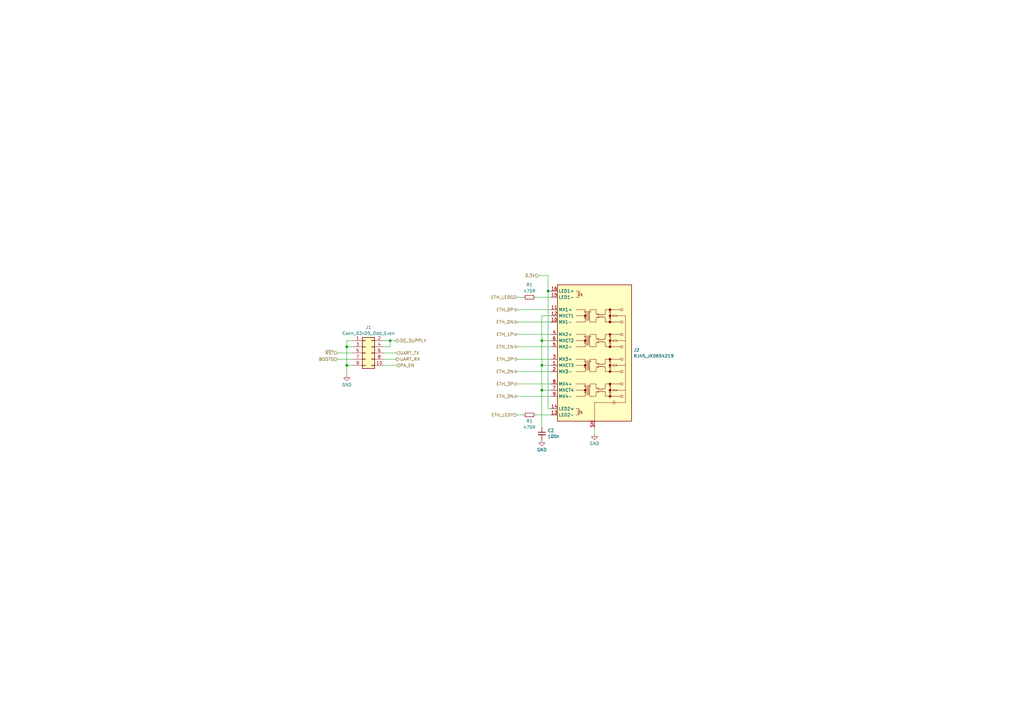
<source format=kicad_sch>
(kicad_sch (version 20230121) (generator eeschema)
  (paper "A3")
  (title_block (title "RRU CM4 board") (date "23-01-2024") (rev "A") (company "M17 Project") (comment 1 "Wojciech Kaczmarski, SP5WWP"))
  (lib_symbols
    (symbol "Connector:RJ45_JK0654219"
      (property "Reference" "J" (at -15.24 29.21 0))
      (property "Value" "RJ45_JK0654219" (at 10.16 29.21 0))
      (symbol "RJ45_JK0654219_0_0"
        (circle (center -3.81 -15.24) (radius 0.0001) (stroke (width 0.508)))
        (circle (center -3.81 -5.08) (radius 0.0001) (stroke (width 0.508)))
        (circle (center -3.81 5.08) (radius 0.0001) (stroke (width 0.508)))
        (circle (center -3.81 15.24) (radius 0.0001) (stroke (width 0.508)))
        (circle (center 6.35 -17.78) (radius 0.0001) (stroke (width 0.508)))
        (circle (center 6.35 -15.24) (radius 0.0001) (stroke (width 0.508)))
        (circle (center 6.35 -12.7) (radius 0.0001) (stroke (width 0.508)))
        (circle (center 6.35 -7.62) (radius 0.0001) (stroke (width 0.508)))
        (circle (center 6.35 -5.08) (radius 0.0001) (stroke (width 0.508)))
        (circle (center 6.35 -2.54) (radius 0.0001) (stroke (width 0.508)))
        (circle (center 6.35 2.54) (radius 0.0001) (stroke (width 0.508)))
        (circle (center 6.35 5.08) (radius 0.0001) (stroke (width 0.508)))
        (circle (center 6.35 7.62) (radius 0.0001) (stroke (width 0.508)))
        (circle (center 6.35 12.7) (radius 0.0001) (stroke (width 0.508)))
        (circle (center 6.35 15.24) (radius 0.0001) (stroke (width 0.508)))
        (circle (center 6.35 17.78) (radius 0.0001) (stroke (width 0.508)))
      )
      (symbol "RJ45_JK0654219_0_1"
        (rectangle (start -15.24 27.94) (end 15.24 -27.94) (stroke (width 0.254)) (fill (type background)))
        (circle (center -4.064 -16.129) (radius 0.127) (fill (type outline)))
        (circle (center -4.064 -13.589) (radius 0.127) (fill (type outline)))
        (circle (center -4.064 -5.969) (radius 0.127) (fill (type outline)))
        (circle (center -4.064 -3.429) (radius 0.127) (fill (type outline)))
        (circle (center -4.064 4.191) (radius 0.127) (fill (type outline)))
        (circle (center -4.064 6.731) (radius 0.127) (fill (type outline)))
        (circle (center -4.064 14.351) (radius 0.127) (fill (type outline)))
        (circle (center -4.064 16.891) (radius 0.127) (fill (type outline)))
        (arc (start -3.81 -17.145) (mid -3.5052 -16.8402) (end -3.81 -16.51))
        (arc (start -3.81 -16.51) (mid -3.5052 -16.2052) (end -3.81 -15.875))
        (arc (start -3.81 -14.605) (mid -3.5052 -14.3002) (end -3.81 -13.97))
        (arc (start -3.81 -13.97) (mid -3.5052 -13.6652) (end -3.81 -13.335))
        (arc (start -3.81 -6.985) (mid -3.5052 -6.6802) (end -3.81 -6.35))
        (arc (start -3.81 -6.35) (mid -3.5052 -6.0452) (end -3.81 -5.715))
        (arc (start -3.81 -4.445) (mid -3.5052 -4.1402) (end -3.81 -3.81))
        (arc (start -3.81 -3.81) (mid -3.5052 -3.5052) (end -3.81 -3.175))
        (arc (start -3.81 3.175) (mid -3.5052 3.4798) (end -3.81 3.81))
        (arc (start -3.81 3.81) (mid -3.5052 4.1148) (end -3.81 4.445))
        (arc (start -3.81 5.715) (mid -3.5052 6.0198) (end -3.81 6.35))
        (arc (start -3.81 6.35) (mid -3.5052 6.6548) (end -3.81 6.985))
        (arc (start -3.81 13.335) (mid -3.5052 13.6398) (end -3.81 13.97))
        (arc (start -3.81 13.97) (mid -3.5052 14.2748) (end -3.81 14.605))
        (arc (start -3.81 15.875) (mid -3.5052 16.1798) (end -3.81 16.51))
        (arc (start -3.81 16.51) (mid -3.5052 16.8148) (end -3.81 17.145))
        (arc (start -1.905 -16.51) (mid -2.2098 -16.8148) (end -1.905 -17.145))
        (arc (start -1.905 -15.875) (mid -2.2098 -16.1798) (end -1.905 -16.51))
        (arc (start -1.905 -15.24) (mid -2.2098 -15.5448) (end -1.905 -15.875))
        (arc (start -1.905 -14.605) (mid -2.2098 -14.9098) (end -1.905 -15.24))
        (arc (start -1.905 -13.97) (mid -2.2098 -14.2748) (end -1.905 -14.605))
        (arc (start -1.905 -13.335) (mid -2.2098 -13.6398) (end -1.905 -13.97))
        (arc (start -1.905 -6.35) (mid -2.2098 -6.6548) (end -1.905 -6.985))
        (arc (start -1.905 -5.715) (mid -2.2098 -6.0198) (end -1.905 -6.35))
        (arc (start -1.905 -5.08) (mid -2.2098 -5.3848) (end -1.905 -5.715))
        (arc (start -1.905 -4.445) (mid -2.2098 -4.7498) (end -1.905 -5.08))
        (arc (start -1.905 -3.81) (mid -2.2098 -4.1148) (end -1.905 -4.445))
        (arc (start -1.905 -3.175) (mid -2.2098 -3.4798) (end -1.905 -3.81))
        (arc (start -1.905 3.81) (mid -2.2098 3.5052) (end -1.905 3.175))
        (arc (start -1.905 4.445) (mid -2.2098 4.1402) (end -1.905 3.81))
        (arc (start -1.905 5.08) (mid -2.2098 4.7752) (end -1.905 4.445))
        (arc (start -1.905 5.715) (mid -2.2098 5.4102) (end -1.905 5.08))
        (arc (start -1.905 6.35) (mid -2.2098 6.0452) (end -1.905 5.715))
        (arc (start -1.905 6.985) (mid -2.2098 6.6802) (end -1.905 6.35))
        (arc (start -1.905 13.97) (mid -2.2098 13.6652) (end -1.905 13.335))
        (arc (start -1.905 14.605) (mid -2.2098 14.3002) (end -1.905 13.97))
        (arc (start -1.905 15.24) (mid -2.2098 14.9352) (end -1.905 14.605))
        (arc (start -1.905 15.875) (mid -2.2098 15.5702) (end -1.905 15.24))
        (arc (start -1.905 16.51) (mid -2.2098 16.2052) (end -1.905 15.875))
        (arc (start -1.905 17.145) (mid -2.2098 16.8402) (end -1.905 16.51))
        (circle (center -1.651 -13.589) (radius 0.127) (fill (type outline)))
        (circle (center -1.651 -3.429) (radius 0.127) (fill (type outline)))
        (circle (center -1.651 6.731) (radius 0.127) (fill (type outline)))
        (circle (center -1.651 16.891) (radius 0.127) (fill (type outline)))
        (polyline (pts (xy -7.62 -17.78) (xy -3.81 -17.78)))
        (polyline (pts (xy -7.62 -15.24) (xy -6.35 -15.24)))
        (polyline (pts (xy -7.62 -12.7) (xy -3.81 -12.7)))
        (polyline (pts (xy -7.62 -7.62) (xy -3.81 -7.62)))
        (polyline (pts (xy -7.62 -5.08) (xy -6.35 -5.08)))
        (polyline (pts (xy -7.62 -2.54) (xy -3.81 -2.54)))
        (polyline (pts (xy -7.62 2.54) (xy -3.81 2.54)))
        (polyline (pts (xy -7.62 5.08) (xy -6.35 5.08)))
        (polyline (pts (xy -7.62 7.62) (xy -3.81 7.62)))
        (polyline (pts (xy -7.62 12.7) (xy -3.81 12.7)))
        (polyline (pts (xy -7.62 15.24) (xy -6.35 15.24)))
        (polyline (pts (xy -7.62 17.78) (xy -3.81 17.78)))
        (polyline (pts (xy -6.35 -15.24) (xy -3.81 -15.24)))
        (polyline (pts (xy -6.35 -5.08) (xy -3.81 -5.08)))
        (polyline (pts (xy -6.35 5.08) (xy -3.81 5.08)))
        (polyline (pts (xy -6.35 15.24) (xy -3.81 15.24)))
        (polyline (pts (xy -3.81 -17.78) (xy -3.81 -17.145)))
        (polyline (pts (xy -3.81 -15.24) (xy -3.81 -15.875)))
        (polyline (pts (xy -3.81 -15.24) (xy -3.81 -14.605)))
        (polyline (pts (xy -3.81 -12.7) (xy -3.81 -13.335)))
        (polyline (pts (xy -3.81 -7.62) (xy -3.81 -6.985)))
        (polyline (pts (xy -3.81 -5.08) (xy -3.81 -5.715)))
        (polyline (pts (xy -3.81 -5.08) (xy -3.81 -4.445)))
        (polyline (pts (xy -3.81 -2.54) (xy -3.81 -3.175)))
        (polyline (pts (xy -3.81 2.54) (xy -3.81 3.175)))
        (polyline (pts (xy -3.81 5.08) (xy -3.81 4.445)))
        (polyline (pts (xy -3.81 5.08) (xy -3.81 5.715)))
        (polyline (pts (xy -3.81 7.62) (xy -3.81 6.985)))
        (polyline (pts (xy -3.81 12.7) (xy -3.81 13.335)))
        (polyline (pts (xy -3.81 15.24) (xy -3.81 14.605)))
        (polyline (pts (xy -3.81 15.24) (xy -3.81 15.875)))
        (polyline (pts (xy -3.81 17.78) (xy -3.81 17.145)))
        (polyline (pts (xy -3.048 -17.272) (xy -3.048 -13.208)))
        (polyline (pts (xy -3.048 -7.112) (xy -3.048 -3.048)))
        (polyline (pts (xy -3.048 3.048) (xy -3.048 7.112)))
        (polyline (pts (xy -3.048 13.208) (xy -3.048 17.272)))
        (polyline (pts (xy -2.54 -17.272) (xy -2.54 -13.208)))
        (polyline (pts (xy -2.54 -7.112) (xy -2.54 -3.048)))
        (polyline (pts (xy -2.54 3.048) (xy -2.54 7.112)))
        (polyline (pts (xy -2.54 13.208) (xy -2.54 17.272)))
        (polyline (pts (xy 0.635 -14.605) (xy 1.27 -14.605)))
        (polyline (pts (xy 0.635 -4.445) (xy 1.27 -4.445)))
        (polyline (pts (xy 0.635 5.715) (xy 1.27 5.715)))
        (polyline (pts (xy 0.635 15.875) (xy 1.27 15.875)))
        (polyline (pts (xy 4.445 -17.78) (xy 5.715 -17.78)))
        (polyline (pts (xy 4.445 -12.7) (xy 5.715 -12.7)))
        (polyline (pts (xy 4.445 -7.62) (xy 5.715 -7.62)))
        (polyline (pts (xy 4.445 -2.54) (xy 5.715 -2.54)))
        (polyline (pts (xy 4.445 2.54) (xy 5.715 2.54)))
        (polyline (pts (xy 4.445 7.62) (xy 5.715 7.62)))
        (polyline (pts (xy 4.445 12.7) (xy 5.715 12.7)))
        (polyline (pts (xy 4.445 17.78) (xy 5.715 17.78)))
        (polyline (pts (xy 6.35 -15.24) (xy 6.35 -15.875)))
        (polyline (pts (xy 6.35 -15.24) (xy 6.35 -14.605)))
        (polyline (pts (xy 6.35 -5.08) (xy 6.35 -5.715)))
        (polyline (pts (xy 6.35 -5.08) (xy 6.35 -4.445)))
        (polyline (pts (xy 6.35 5.08) (xy 6.35 4.445)))
        (polyline (pts (xy 6.35 5.08) (xy 6.35 5.715)))
        (polyline (pts (xy 6.35 15.24) (xy 6.35 14.605)))
        (polyline (pts (xy 6.35 15.24) (xy 6.35 15.875)))
        (polyline (pts (xy 7.62 -17.78) (xy 6.35 -17.78)))
        (polyline (pts (xy 7.62 -17.78) (xy 10.668 -17.78)))
        (polyline (pts (xy 7.62 -15.24) (xy 6.35 -15.24)))
        (polyline (pts (xy 7.62 -12.7) (xy 6.35 -12.7)))
        (polyline (pts (xy 7.62 -12.7) (xy 10.668 -12.7)))
        (polyline (pts (xy 7.62 -7.62) (xy 6.35 -7.62)))
        (polyline (pts (xy 7.62 -7.62) (xy 10.668 -7.62)))
        (polyline (pts (xy 7.62 -5.08) (xy 6.35 -5.08)))
        (polyline (pts (xy 7.62 -2.54) (xy 6.35 -2.54)))
        (polyline (pts (xy 7.62 -2.54) (xy 10.668 -2.54)))
        (polyline (pts (xy 7.62 2.54) (xy 6.35 2.54)))
        (polyline (pts (xy 7.62 2.54) (xy 10.668 2.54)))
        (polyline (pts (xy 7.62 5.08) (xy 6.35 5.08)))
        (polyline (pts (xy 7.62 7.62) (xy 6.35 7.62)))
        (polyline (pts (xy 7.62 7.62) (xy 10.668 7.62)))
        (polyline (pts (xy 7.62 12.7) (xy 6.35 12.7)))
        (polyline (pts (xy 7.62 12.7) (xy 10.668 12.7)))
        (polyline (pts (xy 7.62 15.24) (xy 6.35 15.24)))
        (polyline (pts (xy 7.62 17.78) (xy 6.35 17.78)))
        (polyline (pts (xy 7.62 17.78) (xy 10.668 17.78)))
        (polyline (pts (xy 7.747 -19.558) (xy 7.747 -21.082)) (stroke (width 0.1524)))
        (polyline (pts (xy 8.255 -20.32) (xy 12.7 -20.32)))
        (polyline (pts (xy 8.255 -19.558) (xy 8.255 -21.082)) (stroke (width 0.1524)))
        (polyline (pts (xy 9.144 -15.24) (xy 12.7 -15.24)))
        (polyline (pts (xy 9.144 -5.08) (xy 12.7 -5.08)))
        (polyline (pts (xy 9.144 5.08) (xy 12.7 5.08)))
        (polyline (pts (xy 12.7 -20.32) (xy 12.7 15.24)))
        (polyline (pts (xy 12.7 15.24) (xy 9.144 15.24)))
        (polyline (pts (xy -1.905 -17.145) (xy -1.905 -17.78) (xy 0 -17.78)))
        (polyline (pts (xy -1.905 -13.335) (xy -1.905 -12.7) (xy 0 -12.7)))
        (polyline (pts (xy -1.905 -6.985) (xy -1.905 -7.62) (xy 0 -7.62)))
        (polyline (pts (xy -1.905 -3.175) (xy -1.905 -2.54) (xy 0 -2.54)))
        (polyline (pts (xy -1.905 3.175) (xy -1.905 2.54) (xy 0 2.54)))
        (polyline (pts (xy -1.905 6.985) (xy -1.905 7.62) (xy 0 7.62)))
        (polyline (pts (xy -1.905 13.335) (xy -1.905 12.7) (xy 0 12.7)))
        (polyline (pts (xy -1.905 17.145) (xy -1.905 17.78) (xy 0 17.78)))
        (polyline (pts (xy 0 -12.7) (xy 0.635 -12.7) (xy 0.635 -14.605)))
        (polyline (pts (xy 0 -2.54) (xy 0.635 -2.54) (xy 0.635 -4.445)))
        (polyline (pts (xy 0 7.62) (xy 0.635 7.62) (xy 0.635 5.715)))
        (polyline (pts (xy 0 17.78) (xy 0.635 17.78) (xy 0.635 15.875)))
        (polyline (pts (xy 3.81 -15.875) (xy 4.445 -15.875) (xy 4.445 -17.78)))
        (polyline (pts (xy 3.81 -14.605) (xy 4.445 -14.605) (xy 4.445 -12.7)))
        (polyline (pts (xy 3.81 -5.715) (xy 4.445 -5.715) (xy 4.445 -7.62)))
        (polyline (pts (xy 3.81 -4.445) (xy 4.445 -4.445) (xy 4.445 -2.54)))
        (polyline (pts (xy 3.81 4.445) (xy 4.445 4.445) (xy 4.445 2.54)))
        (polyline (pts (xy 3.81 5.715) (xy 4.445 5.715) (xy 4.445 7.62)))
        (polyline (pts (xy 3.81 14.605) (xy 4.445 14.605) (xy 4.445 12.7)))
        (polyline (pts (xy 3.81 15.875) (xy 4.445 15.875) (xy 4.445 17.78)))
        (polyline (pts (xy 5.715 -17.78) (xy 6.35 -17.78) (xy 6.35 -17.145)))
        (polyline (pts (xy 5.715 -12.7) (xy 6.35 -12.7) (xy 6.35 -13.335)))
        (polyline (pts (xy 5.715 -7.62) (xy 6.35 -7.62) (xy 6.35 -6.985)))
        (polyline (pts (xy 5.715 -2.54) (xy 6.35 -2.54) (xy 6.35 -3.175)))
        (polyline (pts (xy 5.715 2.54) (xy 6.35 2.54) (xy 6.35 3.175)))
        (polyline (pts (xy 5.715 7.62) (xy 6.35 7.62) (xy 6.35 6.985)))
        (polyline (pts (xy 5.715 12.7) (xy 6.35 12.7) (xy 6.35 13.335)))
        (polyline (pts (xy 5.715 17.78) (xy 6.35 17.78) (xy 6.35 17.145)))
        (polyline (pts (xy 7.747 -20.32) (xy 0 -20.32) (xy 0 -27.94)))
        (polyline (pts (xy 0 -17.78) (xy 0.635 -17.78) (xy 0.635 -15.875) (xy 1.27 -15.875)))
        (polyline (pts (xy 0 -7.62) (xy 0.635 -7.62) (xy 0.635 -5.715) (xy 1.27 -5.715)))
        (polyline (pts (xy 0 2.54) (xy 0.635 2.54) (xy 0.635 4.445) (xy 1.27 4.445)))
        (polyline (pts (xy 0 12.7) (xy 0.635 12.7) (xy 0.635 14.605) (xy 1.27 14.605)))
        (arc (start 1.27 -14.605) (mid 1.5748 -14.9098) (end 1.905 -14.605))
        (arc (start 1.27 -4.445) (mid 1.5748 -4.7498) (end 1.905 -4.445))
        (arc (start 1.27 5.715) (mid 1.5748 5.4102) (end 1.905 5.715))
        (arc (start 1.27 15.875) (mid 1.5748 15.5702) (end 1.905 15.875))
        (circle (center 1.524 -16.129) (radius 0.127) (fill (type outline)))
        (circle (center 1.524 -14.351) (radius 0.127) (fill (type outline)))
        (circle (center 1.524 -5.969) (radius 0.127) (fill (type outline)))
        (circle (center 1.524 -4.191) (radius 0.127) (fill (type outline)))
        (circle (center 1.524 4.191) (radius 0.127) (fill (type outline)))
        (circle (center 1.524 5.969) (radius 0.127) (fill (type outline)))
        (circle (center 1.5494 14.5034) (radius 0.127) (fill (type outline)))
        (circle (center 1.5494 16.0274) (radius 0.127) (fill (type outline)))
        (arc (start 1.905 -15.875) (mid 1.6002 -15.5702) (end 1.27 -15.875))
        (arc (start 1.905 -14.605) (mid 2.2098 -14.9098) (end 2.54 -14.605))
        (arc (start 1.905 -5.715) (mid 1.6002 -5.4102) (end 1.27 -5.715))
        (arc (start 1.905 -4.445) (mid 2.2098 -4.7498) (end 2.54 -4.445))
        (arc (start 1.905 4.445) (mid 1.6002 4.7498) (end 1.27 4.445))
        (arc (start 1.905 5.715) (mid 2.2098 5.4102) (end 2.54 5.715))
        (arc (start 1.905 14.605) (mid 1.6002 14.9098) (end 1.27 14.605))
        (arc (start 1.905 15.875) (mid 2.2098 15.5702) (end 2.54 15.875))
        (arc (start 2.54 -15.875) (mid 2.2352 -15.5702) (end 1.905 -15.875))
        (arc (start 2.54 -14.605) (mid 2.8448 -14.9098) (end 3.175 -14.605))
        (arc (start 2.54 -5.715) (mid 2.2352 -5.4102) (end 1.905 -5.715))
        (arc (start 2.54 -4.445) (mid 2.8448 -4.7498) (end 3.175 -4.445))
        (arc (start 2.54 4.445) (mid 2.2352 4.7498) (end 1.905 4.445))
        (arc (start 2.54 5.715) (mid 2.8448 5.4102) (end 3.175 5.715))
        (arc (start 2.54 14.605) (mid 2.2352 14.9098) (end 1.905 14.605))
        (arc (start 2.54 15.875) (mid 2.8448 15.5702) (end 3.175 15.875))
        (arc (start 3.175 -15.875) (mid 2.8702 -15.5702) (end 2.54 -15.875))
        (arc (start 3.175 -14.605) (mid 3.4798 -14.9098) (end 3.81 -14.605))
        (arc (start 3.175 -5.715) (mid 2.8702 -5.4102) (end 2.54 -5.715))
        (arc (start 3.175 -4.445) (mid 3.4798 -4.7498) (end 3.81 -4.445))
        (arc (start 3.175 4.445) (mid 2.8702 4.7498) (end 2.54 4.445))
        (arc (start 3.175 5.715) (mid 3.4798 5.4102) (end 3.81 5.715))
        (arc (start 3.175 14.605) (mid 2.8702 14.9098) (end 2.54 14.605))
        (arc (start 3.175 15.875) (mid 3.4798 15.5702) (end 3.81 15.875))
        (arc (start 3.81 -15.875) (mid 3.5052 -15.5702) (end 3.175 -15.875))
        (arc (start 3.81 -5.715) (mid 3.5052 -5.4102) (end 3.175 -5.715))
        (arc (start 3.81 4.445) (mid 3.5052 4.7498) (end 3.175 4.445))
        (arc (start 3.81 14.605) (mid 3.5052 14.9098) (end 3.175 14.605))
        (circle (center 6.096 -16.129) (radius 0.127) (fill (type outline)))
        (circle (center 6.096 -13.589) (radius 0.127) (fill (type outline)))
        (circle (center 6.096 -5.969) (radius 0.127) (fill (type outline)))
        (circle (center 6.096 -3.429) (radius 0.127) (fill (type outline)))
        (circle (center 6.096 4.191) (radius 0.127) (fill (type outline)))
        (circle (center 6.096 6.731) (radius 0.127) (fill (type outline)))
        (circle (center 6.096 14.351) (radius 0.127) (fill (type outline)))
        (circle (center 6.096 16.891) (radius 0.127) (fill (type outline)))
        (arc (start 6.35 -17.145) (mid 6.6548 -16.8275) (end 6.35 -16.51))
        (arc (start 6.35 -16.51) (mid 6.6548 -16.1925) (end 6.35 -15.875))
        (arc (start 6.35 -14.605) (mid 6.6548 -14.2875) (end 6.35 -13.97))
        (arc (start 6.35 -13.97) (mid 6.6548 -13.6525) (end 6.35 -13.335))
        (arc (start 6.35 -6.985) (mid 6.6548 -6.6675) (end 6.35 -6.35))
        (arc (start 6.35 -6.35) (mid 6.6548 -6.0325) (end 6.35 -5.715))
        (arc (start 6.35 -4.445) (mid 6.6548 -4.1275) (end 6.35 -3.81))
        (arc (start 6.35 -3.81) (mid 6.6548 -3.4925) (end 6.35 -3.175))
        (arc (start 6.35 3.175) (mid 6.6548 3.4925) (end 6.35 3.81))
        (arc (start 6.35 3.81) (mid 6.6548 4.1275) (end 6.35 4.445))
        (arc (start 6.35 5.715) (mid 6.6548 6.0325) (end 6.35 6.35))
        (arc (start 6.35 6.35) (mid 6.6548 6.6675) (end 6.35 6.985))
        (arc (start 6.35 13.335) (mid 6.6548 13.6525) (end 6.35 13.97))
        (arc (start 6.35 13.97) (mid 6.6548 14.2875) (end 6.35 14.605))
        (arc (start 6.35 15.875) (mid 6.6548 16.1925) (end 6.35 16.51))
        (arc (start 6.35 16.51) (mid 6.6548 16.8275) (end 6.35 17.145))
        (rectangle (start 7.62 -14.986) (end 9.144 -15.494))
        (rectangle (start 7.62 -4.826) (end 9.144 -5.334))
        (rectangle (start 7.62 5.334) (end 9.144 4.826))
        (rectangle (start 7.62 15.494) (end 9.144 14.986))
        (circle (center 11.176 -17.78) (radius 0.508))
        (circle (center 11.176 -12.7) (radius 0.508))
        (circle (center 11.176 -7.62) (radius 0.508))
        (circle (center 11.176 -2.54) (radius 0.508))
        (circle (center 11.176 2.54) (radius 0.508))
        (circle (center 11.176 7.62) (radius 0.508))
        (circle (center 11.176 12.7) (radius 0.508))
        (circle (center 11.176 17.78) (radius 0.508))
      )
      (symbol "RJ45_JK0654219_1_1"
        (polyline (pts (xy -7.62 -25.4) (xy -6.35 -25.4)))
        (polyline (pts (xy -7.62 -22.86) (xy -6.35 -22.86)))
        (polyline (pts (xy -7.62 22.86) (xy -6.35 22.86)))
        (polyline (pts (xy -7.62 25.4) (xy -6.35 25.4)))
        (polyline (pts (xy -6.858 -24.638) (xy -5.842 -24.638)))
        (polyline (pts (xy -6.858 23.622) (xy -5.842 23.622)))
        (polyline (pts (xy -6.35 -25.4) (xy -6.35 -24.638)))
        (polyline (pts (xy -6.35 -22.86) (xy -6.35 -23.622)))
        (polyline (pts (xy -6.35 22.86) (xy -6.35 23.622)))
        (polyline (pts (xy -6.35 25.4) (xy -6.35 24.638)))
        (polyline (pts (xy -5.08 -24.892) (xy -5.207 -24.511)))
        (polyline (pts (xy -5.08 -24.257) (xy -5.207 -23.876)))
        (polyline (pts (xy -5.08 23.368) (xy -5.207 23.749)))
        (polyline (pts (xy -5.08 24.003) (xy -5.207 24.384)))
        (polyline (pts (xy -5.588 -24.384) (xy -5.08 -24.892) (xy -5.461 -24.765)))
        (polyline (pts (xy -5.588 -23.749) (xy -5.08 -24.257) (xy -5.461 -24.13)))
        (polyline (pts (xy -5.588 23.876) (xy -5.08 23.368) (xy -5.461 23.495)))
        (polyline (pts (xy -5.588 24.511) (xy -5.08 24.003) (xy -5.461 24.13)))
        (polyline (pts (xy -6.35 -24.638) (xy -6.858 -23.622) (xy -5.842 -23.622) (xy -6.35 -24.638)))
        (polyline (pts (xy -6.35 23.622) (xy -6.858 24.638) (xy -5.842 24.638) (xy -6.35 23.622)))
        (pin passive line (at -17.78 -5.08 0) (length 2.54) (name "MXCT3") (number "1"))
        (pin passive line (at -17.78 12.7 0) (length 2.54) (name "MX1-") (number "10"))
        (pin passive line (at -17.78 17.78 0) (length 2.54) (name "MX1+") (number "11"))
        (pin passive line (at -17.78 15.24 0) (length 2.54) (name "MXCT1") (number "12"))
        (pin passive line (at -17.78 -25.4 0) (length 2.54) (name "LED2-") (number "13"))
        (pin passive line (at -17.78 -22.86 0) (length 2.54) (name "LED2+") (number "14"))
        (pin passive line (at -17.78 22.86 0) (length 2.54) (name "LED1-") (number "15"))
        (pin passive line (at -17.78 25.4 0) (length 2.54) (name "LED1+") (number "16"))
        (pin passive line (at -17.78 -7.62 0) (length 2.54) (name "MX3-") (number "2"))
        (pin passive line (at -17.78 -2.54 0) (length 2.54) (name "MX3+") (number "3"))
        (pin passive line (at -17.78 7.62 0) (length 2.54) (name "MX2+") (number "4"))
        (pin passive line (at -17.78 2.54 0) (length 2.54) (name "MX2-") (number "5"))
        (pin passive line (at -17.78 5.08 0) (length 2.54) (name "MXCT2") (number "6"))
        (pin passive line (at -17.78 -15.24 0) (length 2.54) (name "MXCT4") (number "7"))
        (pin passive line (at -17.78 -12.7 0) (length 2.54) (name "MX4+") (number "8"))
        (pin passive line (at -17.78 -17.78 0) (length 2.54) (name "MX4-") (number "9"))
        (pin passive line (at 0 -30.48 90) (length 2.54) (name "~") (number "SH"))
      )
    )
    (symbol "Connector_Generic:Conn_02x05_Odd_Even" (pin_names (offset 1.016) hide)
      (property "Reference" "J" (at 1.27 7.62 0))
      (property "Value" "Conn_02x05_Odd_Even" (at 1.27 -7.62 0))
      (symbol "Conn_02x05_Odd_Even_1_1"
        (rectangle (start -1.27 -4.953) (end 0 -5.207) (stroke (width 0.1524)))
        (rectangle (start -1.27 -2.413) (end 0 -2.667) (stroke (width 0.1524)))
        (rectangle (start -1.27 0.127) (end 0 -0.127) (stroke (width 0.1524)))
        (rectangle (start -1.27 2.667) (end 0 2.413) (stroke (width 0.1524)))
        (rectangle (start -1.27 5.207) (end 0 4.953) (stroke (width 0.1524)))
        (rectangle (start -1.27 6.35) (end 3.81 -6.35) (stroke (width 0.254)) (fill (type background)))
        (rectangle (start 3.81 -4.953) (end 2.54 -5.207) (stroke (width 0.1524)))
        (rectangle (start 3.81 -2.413) (end 2.54 -2.667) (stroke (width 0.1524)))
        (rectangle (start 3.81 0.127) (end 2.54 -0.127) (stroke (width 0.1524)))
        (rectangle (start 3.81 2.667) (end 2.54 2.413) (stroke (width 0.1524)))
        (rectangle (start 3.81 5.207) (end 2.54 4.953) (stroke (width 0.1524)))
        (pin passive line (at -5.08 5.08 0) (length 3.81) (name "Pin_1") (number "1"))
        (pin passive line (at 7.62 -5.08 180) (length 3.81) (name "Pin_10") (number "10"))
        (pin passive line (at 7.62 5.08 180) (length 3.81) (name "Pin_2") (number "2"))
        (pin passive line (at -5.08 2.54 0) (length 3.81) (name "Pin_3") (number "3"))
        (pin passive line (at 7.62 2.54 180) (length 3.81) (name "Pin_4") (number "4"))
        (pin passive line (at -5.08 0 0) (length 3.81) (name "Pin_5") (number "5"))
        (pin passive line (at 7.62 0 180) (length 3.81) (name "Pin_6") (number "6"))
        (pin passive line (at -5.08 -2.54 0) (length 3.81) (name "Pin_7") (number "7"))
        (pin passive line (at 7.62 -2.54 180) (length 3.81) (name "Pin_8") (number "8"))
        (pin passive line (at -5.08 -5.08 0) (length 3.81) (name "Pin_9") (number "9"))
      )
    )
    (symbol "Device:C_Small" (pin_numbers hide) (pin_names (offset 0.254) hide)
      (property "Reference" "C" (at 0.254 1.778 0))
      (property "Value" "C_Small" (at 0.254 -2.032 0))
      (symbol "C_Small_0_1"
        (polyline (pts (xy -1.524 -0.508) (xy 1.524 -0.508)) (stroke (width 0.3302)))
        (polyline (pts (xy -1.524 0.508) (xy 1.524 0.508)) (stroke (width 0.3048)))
      )
      (symbol "C_Small_1_1"
        (pin passive line (at 0 2.54 270) (length 2.032) (name "~") (number "1"))
        (pin passive line (at 0 -2.54 90) (length 2.032) (name "~") (number "2"))
      )
    )
    (symbol "Device:R_Small" (pin_numbers hide) (pin_names (offset 0.254) hide)
      (property "Reference" "R" (at 0.762 0.508 0))
      (property "Value" "R_Small" (at 0.762 -1.016 0))
      (symbol "R_Small_0_1"
        (rectangle (start -0.762 1.778) (end 0.762 -1.778) (stroke (width 0.2032)))
      )
      (symbol "R_Small_1_1"
        (pin passive line (at 0 2.54 270) (length 0.762) (name "~") (number "1"))
        (pin passive line (at 0 -2.54 90) (length 0.762) (name "~") (number "2"))
      )
    )
    (symbol "power:GND" (power) (pin_names (offset 0))
      (property "Value" "GND" (at 0 -3.81 0))
      (symbol "GND_0_1"
        (polyline (pts (xy 0 0) (xy 0 -1.27) (xy 1.27 -1.27) (xy 0 -2.54) (xy -1.27 -1.27) (xy 0 -1.27)))
      )
      (symbol "GND_1_1"
        (pin power_in line (at 0 0 270) (length 0) hide (name "GND") (number "1"))
      )
    )
  )
  (junction (at 222.25 160.02))
  (junction (at 160.02 139.7))
  (junction (at 142.24 149.86))
  (junction (at 142.24 142.24))
  (junction (at 222.25 139.7))
  (junction (at 222.25 149.86))
  (junction (at 224.79 119.38))
  (wire (pts (xy 243.84 175.26) (xy 243.84 177.8)))
  (wire (pts (xy 222.25 149.86) (xy 226.06 149.86)))
  (wire (pts (xy 138.43 147.32) (xy 144.78 147.32)))
  (wire (pts (xy 212.09 152.4) (xy 226.06 152.4)))
  (wire (pts (xy 212.09 132.08) (xy 226.06 132.08)))
  (wire (pts (xy 219.71 121.92) (xy 226.06 121.92)))
  (wire (pts (xy 224.79 167.64) (xy 224.79 119.38)))
  (wire (pts (xy 212.09 121.92) (xy 214.63 121.92)))
  (wire (pts (xy 224.79 113.03) (xy 224.79 119.38)))
  (wire (pts (xy 142.24 142.24) (xy 144.78 142.24)))
  (wire (pts (xy 212.09 170.18) (xy 214.63 170.18)))
  (wire (pts (xy 222.25 160.02) (xy 226.06 160.02)))
  (wire (pts (xy 157.48 142.24) (xy 160.02 142.24)))
  (wire (pts (xy 144.78 139.7) (xy 142.24 139.7)))
  (wire (pts (xy 142.24 149.86) (xy 142.24 142.24)))
  (wire (pts (xy 212.09 147.32) (xy 226.06 147.32)))
  (wire (pts (xy 157.48 139.7) (xy 160.02 139.7)))
  (wire (pts (xy 212.09 137.16) (xy 226.06 137.16)))
  (wire (pts (xy 157.48 147.32) (xy 162.56 147.32)))
  (wire (pts (xy 222.25 175.26) (xy 222.25 160.02)))
  (wire (pts (xy 212.09 157.48) (xy 226.06 157.48)))
  (wire (pts (xy 138.43 144.78) (xy 144.78 144.78)))
  (wire (pts (xy 222.25 149.86) (xy 222.25 139.7)))
  (wire (pts (xy 212.09 127) (xy 226.06 127)))
  (wire (pts (xy 160.02 139.7) (xy 162.56 139.7)))
  (wire (pts (xy 212.09 162.56) (xy 226.06 162.56)))
  (wire (pts (xy 157.48 149.86) (xy 162.56 149.86)))
  (wire (pts (xy 142.24 139.7) (xy 142.24 142.24)))
  (wire (pts (xy 220.98 113.03) (xy 224.79 113.03)))
  (wire (pts (xy 142.24 153.67) (xy 142.24 149.86)))
  (wire (pts (xy 142.24 149.86) (xy 144.78 149.86)))
  (wire (pts (xy 160.02 139.7) (xy 160.02 142.24)))
  (wire (pts (xy 157.48 144.78) (xy 162.56 144.78)))
  (wire (pts (xy 222.25 129.54) (xy 226.06 129.54)))
  (wire (pts (xy 226.06 167.64) (xy 224.79 167.64)))
  (wire (pts (xy 219.71 170.18) (xy 226.06 170.18)))
  (wire (pts (xy 212.09 142.24) (xy 226.06 142.24)))
  (wire (pts (xy 222.25 160.02) (xy 222.25 149.86)))
  (wire (pts (xy 224.79 119.38) (xy 226.06 119.38)))
  (wire (pts (xy 222.25 139.7) (xy 226.06 139.7)))
  (wire (pts (xy 222.25 139.7) (xy 222.25 129.54)))
  (hierarchical_label "ETH_0P" (shape bidirectional) (at 212.09 127 180))
  (hierarchical_label "BOOT0" (shape input) (at 138.43 147.32 180))
  (hierarchical_label "ETH_0N" (shape bidirectional) (at 212.09 132.08 180))
  (hierarchical_label "ETH_LEDG" (shape input) (at 212.09 121.92 180))
  (hierarchical_label "ETH_2N" (shape bidirectional) (at 212.09 152.4 180))
  (hierarchical_label "3.3V" (shape input) (at 220.98 113.03 180))
  (hierarchical_label "UART_TX" (shape input) (at 162.56 144.78 0))
  (hierarchical_label "~{RST}" (shape input) (at 138.43 144.78 180))
  (hierarchical_label "DC_SUPPLY" (shape output) (at 162.56 139.7 0))
  (hierarchical_label "ETH_3N" (shape bidirectional) (at 212.09 162.56 180))
  (hierarchical_label "ETH_3P" (shape bidirectional) (at 212.09 157.48 180))
  (hierarchical_label "ETH_1N" (shape bidirectional) (at 212.09 142.24 180))
  (hierarchical_label "PA_EN" (shape input) (at 162.56 149.86 0))
  (hierarchical_label "UART_RX" (shape output) (at 162.56 147.32 0))
  (hierarchical_label "ETH_1P" (shape bidirectional) (at 212.09 137.16 180))
  (hierarchical_label "ETH_2P" (shape bidirectional) (at 212.09 147.32 180))
  (hierarchical_label "ETH_LEDY" (shape input) (at 212.09 170.18 180))
  (symbol (lib_id "power:GND") (at 243.84 177.8 0) (unit 1)
    (property "Reference" "#PWR01" (effects hide))
    (property "Value" "GND" (at 243.84 181.9331 0))
    (instances (project "m17-rru-cm4" (path "" (reference "#PWR01") (unit 1)) (path "" (reference "#PWR03") (unit 1)) (path "" (reference "#PWR014") (unit 1))))
  )
  (symbol (lib_id "power:GND") (at 142.24 153.67 0) (unit 1)
    (property "Reference" "#PWR01" (effects hide))
    (property "Value" "GND" (at 142.24 157.8031 0))
    (instances (project "m17-rru-cm4" (path "" (reference "#PWR01") (unit 1)) (path "" (reference "#PWR03") (unit 1)) (path "" (reference "#PWR012") (unit 1))))
  )
  (symbol (lib_id "Connector:RJ45_JK0654219") (at 243.84 144.78 0) (unit 1)
    (property "Reference" "J2" (at 259.842 143.5679 0) (effects (justify left)))
    (property "Value" "RJ45_JK0654219" (at 259.842 145.9921 0) (effects (justify left)))
    (property "Footprint" "Connector_RJ:RJ45_Pulse_JK0654219NL_Horizontal" (effects hide))
    (property "Datasheet" "https://media.digikey.com/pdf/Data%20Sheets/Pulse%20PDFs/JK%20Series.pdf" (effects hide))
    (property "PN" "673-JK0654219NL" (effects hide))
    (property "MPN" "673-JK0654219NL" (effects hide))
  )
  (symbol (lib_id "Device:R_Small") (at 217.17 121.92 90) (unit 1)
    (property "Reference" "R1" (at 217.17 116.84 90))
    (property "Value" "470R" (at 217.17 119.38 90))
    (property "Footprint" "Resistor_SMD:R_0603_1608Metric" (effects hide))
    (property "PN" "71-CRCW0603J-470-E3" (effects hide))
    (property "MPN" "71-CRCW0603J-470-E3" (effects hide))
    (instances (project "m17-rru-cm4" (path "" (reference "R1") (unit 1)) (path "" (reference "R2") (unit 1))) (project "m17-rru-rf" (path "" (reference "R2") (unit 1)) (path "" (reference "R7") (unit 1)) (path "" (reference "R26") (unit 1)) (path "" (reference "R22") (unit 1))) (project "psu" (path "" (reference "R2") (unit 1))))
  )
  (symbol (lib_id "Connector_Generic:Conn_02x05_Odd_Even") (at 149.86 144.78 0) (unit 1)
    (property "Reference" "J1" (at 151.13 134.2857 0))
    (property "Value" "Conn_02x05_Odd_Even" (at 151.13 136.7099 0))
    (property "Footprint" "Connector_PinHeader_2.54mm:PinHeader_2x05_P2.54mm_Vertical_SMD" (effects hide))
    (property "MPN" "649-1012938391001ALF" (effects hide))
    (property "PN" "649-1012938391001ALF" (effects hide))
  )
  (symbol (lib_id "Device:R_Small") (at 217.17 170.18 90) (unit 1)
    (property "Reference" "R1" (at 217.17 172.72 90))
    (property "Value" "470R" (at 217.17 175.26 90))
    (property "Footprint" "Resistor_SMD:R_0603_1608Metric" (effects hide))
    (property "PN" "71-CRCW0603J-470-E3" (effects hide))
    (property "MPN" "71-CRCW0603J-470-E3" (effects hide))
    (instances (project "m17-rru-cm4" (path "" (reference "R1") (unit 1)) (path "" (reference "R3") (unit 1))) (project "m17-rru-rf" (path "" (reference "R2") (unit 1)) (path "" (reference "R7") (unit 1)) (path "" (reference "R26") (unit 1)) (path "" (reference "R22") (unit 1))) (project "psu" (path "" (reference "R2") (unit 1))))
  )
  (symbol (lib_id "power:GND") (at 222.25 180.34 0) (unit 1)
    (property "Reference" "#PWR01" (effects hide))
    (property "Value" "GND" (at 222.25 184.4731 0))
    (instances (project "m17-rru-cm4" (path "" (reference "#PWR01") (unit 1)) (path "" (reference "#PWR03") (unit 1)) (path "" (reference "#PWR013") (unit 1))))
  )
  (symbol (lib_id "Device:C_Small") (at 222.25 177.8 0) (unit 1)
    (property "Reference" "C2" (at 224.5741 176.5942 0) (effects (justify left)))
    (property "Value" "100n" (at 224.5741 179.0184 0) (effects (justify left)))
    (property "Footprint" "Capacitor_SMD:C_0603_1608Metric" (effects hide))
    (property "PN" "C0603C104M5RAC7411" (effects hide))
    (property "MPN" "C0603C104M5RAC7411" (effects hide))
    (instances (project "m17-rru-cm4" (path "" (reference "C2") (unit 1)) (path "" (reference "C3") (unit 1))) (project "m17-rru-rf" (path "" (reference "C5") (unit 1)) (path "" (reference "C4") (unit 1)) (path "" (reference "C28") (unit 1)) (path "" (reference "C16") (unit 1))) (project "psu" (path "" (reference "C5") (unit 1))))
  )
)
</source>
